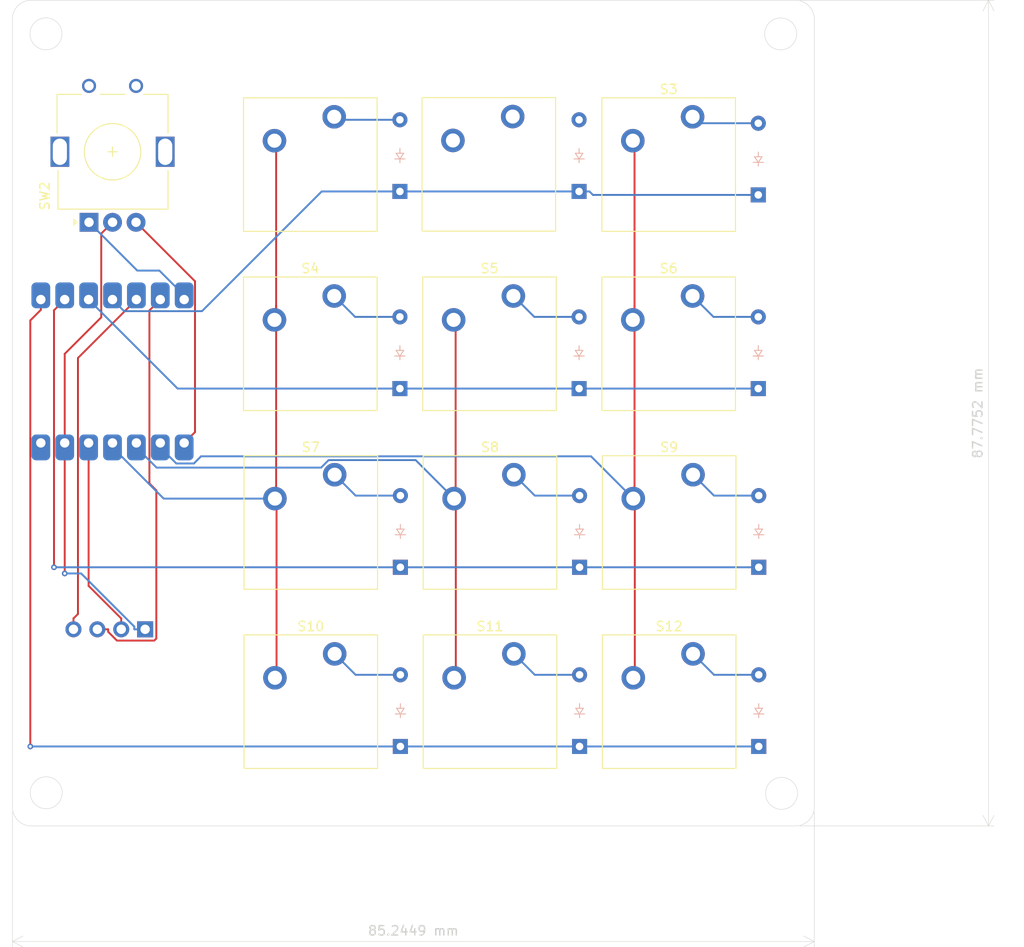
<source format=kicad_pcb>
(kicad_pcb (version 20240108) (generator "pcbnew") (generator_version "8.0")
  (layers (0 "F.Cu" signal) (31 "B.Cu" signal) (34 "B.Paste" user) (35 "F.Paste" user) (36 "B.SilkS" user "B.Silkscreen") (37 "F.SilkS" user "F.Silkscreen") (38 "B.Mask" user) (39 "F.Mask" user) (44 "Edge.Cuts" user))
  (net 0 "")
  (net 1 "Net-(D1-A)")
  (net 2 "Row 0")
  (net 3 "Net-(D2-A)")
  (net 4 "Net-(D3-A)")
  (net 5 "Row 1")
  (net 6 "Net-(D4-A)")
  (net 7 "Net-(D5-A)")
  (net 8 "Net-(D6-A)")
  (net 9 "Row 2")
  (net 10 "Net-(D7-A)")
  (net 11 "Net-(D8-A)")
  (net 12 "Net-(D9-A)")
  (net 13 "Row 3")
  (net 14 "Net-(D10-A)")
  (net 15 "Net-(D11-A)")
  (net 16 "Net-(D12-A)")
  (net 17 "Net-(J2-SCL)")
  (net 18 "+3.3V")
  (net 19 "Net-(J2-SDA)")
  (net 20 "GND")
  (net 21 "Column 0")
  (net 22 "Column 1")
  (net 23 "Column 2")
  (net 24 "Net-(U1-PB08_A6_D6_TX)")
  (net 25 "Net-(U1-PB09_A7_D7_RX)")
  (net 26 "unconnected-(U1-5V-Pad14)")
  (footprint "ScottoKeebs_MX:MX_PCB_1.00u" (layer "F.Cu") (at 189.25 72.45)
    (property "Reference" "S6" (at 0 -8 0) (layer "F.SilkS"))
    (property "Value" "Keyswitch")
    (fp_line (start -7.1 -7.1) (end -7.1 7.1) (stroke (width 0.12)) (layer "F.SilkS"))
    (fp_line (start -7.1 7.1) (end 7.1 7.1) (stroke (width 0.12)) (layer "F.SilkS"))
    (fp_line (start 7.1 -7.1) (end -7.1 -7.1) (stroke (width 0.12)) (layer "F.SilkS"))
    (fp_line (start 7.1 7.1) (end 7.1 -7.1) (stroke (width 0.12)) (layer "F.SilkS"))
    (pad "" np_thru_hole circle (at -5.08 0) (size 1.75 1.75) (drill 1.75) (layers "*.Cu" "*.Mask"))
    (pad "" np_thru_hole circle (at 0 0) (size 4 4) (drill 4) (layers "*.Cu" "*.Mask"))
    (pad "" np_thru_hole circle (at 5.08 0) (size 1.75 1.75) (drill 1.75) (layers "*.Cu" "*.Mask"))
    (pad "1" thru_hole circle (at -3.81 -2.54) (size 2.5 2.5) (drill 1.5) (layers "*.Cu" "*.Mask") (net 23 "Column 2"))
    (pad "2" thru_hole circle (at 2.54 -5.08) (size 2.5 2.5) (drill 1.5) (layers "*.Cu" "*.Mask") (net 8 "Net-(D6-A)"))
  )
  (footprint "Rotary_Encoder:RotaryEncoder_Alps_EC11E_Vertical_H20mm" (layer "F.Cu") (at 127.6244 59.5366 90)
    (property "Reference" "SW2" (at 2.8 -4.7 90) (layer "F.SilkS"))
    (property "Value" "RotaryEncoder")
    (fp_line (start 13.6 -3.4) (end 13.6 -0.8) (stroke (width 0.12)) (layer "F.SilkS"))
    (fp_line (start 9.5 -3.4) (end 13.6 -3.4) (stroke (width 0.12)) (layer "F.SilkS"))
    (fp_line (start 5.5 -3.3) (end 1.4 -3.3) (stroke (width 0.12)) (layer "F.SilkS"))
    (fp_line (start 1.4 -3.3) (end 1.4 8.4) (stroke (width 0.12)) (layer "F.SilkS"))
    (fp_line (start 0.3 -1.6) (end 0 -1.3) (stroke (width 0.12)) (layer "F.SilkS"))
    (fp_line (start -0.3 -1.6) (end 0.3 -1.6) (stroke (width 0.12)) (layer "F.SilkS"))
    (fp_line (start 0 -1.3) (end -0.3 -1.6) (stroke (width 0.12)) (layer "F.SilkS"))
    (fp_line (start 13.6 1.2) (end 13.6 3.8) (stroke (width 0.12)) (layer "F.SilkS"))
    (fp_line (start 7.5 2) (end 7.5 3) (stroke (width 0.12)) (layer "F.SilkS"))
    (fp_line (start 7 2.5) (end 8 2.5) (stroke (width 0.12)) (layer "F.SilkS"))
    (fp_line (start 13.6 5.8) (end 13.6 8.4) (stroke (width 0.12)) (layer "F.SilkS"))
    (fp_line (start 13.6 8.4) (end 9.5 8.4) (stroke (width 0.12)) (layer "F.SilkS"))
    (fp_line (start 5.5 8.4) (end 1.4 8.4) (stroke (width 0.12)) (layer "F.SilkS"))
    (fp_circle (center 7.5 2.5) (end 10.5 2.5) (stroke (width 0.12)) (fill none) (layer "F.SilkS"))
    (pad "" thru_hole circle (at 14.5 0 90) (size 1.5 1.5) (drill 1) (layers "*.Cu" "*.Mask"))
    (pad "" thru_hole circle (at 14.5 5 90) (size 1.5 1.5) (drill 1) (layers "*.Cu" "*.Mask"))
    (pad "A" thru_hole rect (at 0 0 90) (size 2 2) (drill 1) (layers "*.Cu" "*.Mask") (net 24 "Net-(U1-PB08_A6_D6_TX)"))
    (pad "B" thru_hole circle (at 0 5 90) (size 2 2) (drill 1) (layers "*.Cu" "*.Mask") (net 25 "Net-(U1-PB09_A7_D7_RX)"))
    (pad "C" thru_hole circle (at 0 2.5 90) (size 2 2) (drill 1) (layers "*.Cu" "*.Mask") (net 20 "GND"))
    (pad "MP" thru_hole rect (at 7.5 -3.1 90) (size 3.2 2) (drill oval 2.8 1.5) (layers "*.Cu" "*.Mask"))
    (pad "MP" thru_hole rect (at 7.5 8.1 90) (size 3.2 2) (drill oval 2.8 1.5) (layers "*.Cu" "*.Mask"))
  )
  (footprint "ScottoKeebs_MX:MX_PCB_1.00u" (layer "F.Cu") (at 151.2 91.45)
    (property "Reference" "S7" (at 0 -8 0) (layer "F.SilkS"))
    (property "Value" "Keyswitch")
    (fp_line (start -7.1 -7.1) (end -7.1 7.1) (stroke (width 0.12)) (layer "F.SilkS"))
    (fp_line (start -7.1 7.1) (end 7.1 7.1) (stroke (width 0.12)) (layer "F.SilkS"))
    (fp_line (start 7.1 -7.1) (end -7.1 -7.1) (stroke (width 0.12)) (layer "F.SilkS"))
    (fp_line (start 7.1 7.1) (end 7.1 -7.1) (stroke (width 0.12)) (layer "F.SilkS"))
    (pad "" np_thru_hole circle (at -5.08 0) (size 1.75 1.75) (drill 1.75) (layers "*.Cu" "*.Mask"))
    (pad "" np_thru_hole circle (at 0 0) (size 4 4) (drill 4) (layers "*.Cu" "*.Mask"))
    (pad "" np_thru_hole circle (at 5.08 0) (size 1.75 1.75) (drill 1.75) (layers "*.Cu" "*.Mask"))
    (pad "1" thru_hole circle (at -3.81 -2.54) (size 2.5 2.5) (drill 1.5) (layers "*.Cu" "*.Mask") (net 21 "Column 0"))
    (pad "2" thru_hole circle (at 2.54 -5.08) (size 2.5 2.5) (drill 1.5) (layers "*.Cu" "*.Mask") (net 10 "Net-(D7-A)"))
  )
  (footprint "ScottoKeebs_MX:MX_PCB_1.00u" (layer "F.Cu") (at 189.3 110.5)
    (property "Reference" "S12" (at 0 -8 0) (layer "F.SilkS"))
    (property "Value" "Keyswitch")
    (fp_line (start -7.1 -7.1) (end -7.1 7.1) (stroke (width 0.12)) (layer "F.SilkS"))
    (fp_line (start -7.1 7.1) (end 7.1 7.1) (stroke (width 0.12)) (layer "F.SilkS"))
    (fp_line (start 7.1 -7.1) (end -7.1 -7.1) (stroke (width 0.12)) (layer "F.SilkS"))
    (fp_line (start 7.1 7.1) (end 7.1 -7.1) (stroke (width 0.12)) (layer "F.SilkS"))
    (pad "" np_thru_hole circle (at -5.08 0) (size 1.75 1.75) (drill 1.75) (layers "*.Cu" "*.Mask"))
    (pad "" np_thru_hole circle (at 0 0) (size 4 4) (drill 4) (layers "*.Cu" "*.Mask"))
    (pad "" np_thru_hole circle (at 5.08 0) (size 1.75 1.75) (drill 1.75) (layers "*.Cu" "*.Mask"))
    (pad "1" thru_hole circle (at -3.81 -2.54) (size 2.5 2.5) (drill 1.5) (layers "*.Cu" "*.Mask") (net 23 "Column 2"))
    (pad "2" thru_hole circle (at 2.54 -5.08) (size 2.5 2.5) (drill 1.5) (layers "*.Cu" "*.Mask") (net 16 "Net-(D12-A)"))
  )
  (footprint "ScottoKeebs_MX:MX_PCB_1.00u" (layer "F.Cu") (at 170.125 53.375)
    (property "Reference" "S2" (hide yes))
    (property "Value" "Keyswitch")
    (fp_line (start -7.1 -7.1) (end -7.1 7.1) (stroke (width 0.12)) (layer "F.SilkS"))
    (fp_line (start -7.1 7.1) (end 7.1 7.1) (stroke (width 0.12)) (layer "F.SilkS"))
    (fp_line (start 7.1 -7.1) (end -7.1 -7.1) (stroke (width 0.12)) (layer "F.SilkS"))
    (fp_line (start 7.1 7.1) (end 7.1 -7.1) (stroke (width 0.12)) (layer "F.SilkS"))
    (pad "" np_thru_hole circle (at -5.08 0) (size 1.75 1.75) (drill 1.75) (layers "*.Cu" "*.Mask"))
    (pad "" np_thru_hole circle (at 0 0) (size 4 4) (drill 4) (layers "*.Cu" "*.Mask"))
    (pad "" np_thru_hole circle (at 5.08 0) (size 1.75 1.75) (drill 1.75) (layers "*.Cu" "*.Mask"))
    (pad "1" thru_hole circle (at -3.81 -2.54) (size 2.5 2.5) (drill 1.5) (layers "*.Cu" "*.Mask"))
    (pad "2" thru_hole circle (at 2.54 -5.08) (size 2.5 2.5) (drill 1.5) (layers "*.Cu" "*.Mask"))
  )
  (footprint "ScottoKeebs_MX:MX_PCB_1.00u" (layer "F.Cu") (at 170.2 72.45)
    (property "Reference" "S5" (at 0 -8 0) (layer "F.SilkS"))
    (property "Value" "Keyswitch")
    (fp_line (start -7.1 -7.1) (end -7.1 7.1) (stroke (width 0.12)) (layer "F.SilkS"))
    (fp_line (start -7.1 7.1) (end 7.1 7.1) (stroke (width 0.12)) (layer "F.SilkS"))
    (fp_line (start 7.1 -7.1) (end -7.1 -7.1) (stroke (width 0.12)) (layer "F.SilkS"))
    (fp_line (start 7.1 7.1) (end 7.1 -7.1) (stroke (width 0.12)) (layer "F.SilkS"))
    (pad "" np_thru_hole circle (at -5.08 0) (size 1.75 1.75) (drill 1.75) (layers "*.Cu" "*.Mask"))
    (pad "" np_thru_hole circle (at 0 0) (size 4 4) (drill 4) (layers "*.Cu" "*.Mask"))
    (pad "" np_thru_hole circle (at 5.08 0) (size 1.75 1.75) (drill 1.75) (layers "*.Cu" "*.Mask"))
    (pad "1" thru_hole circle (at -3.81 -2.54) (size 2.5 2.5) (drill 1.5) (layers "*.Cu" "*.Mask") (net 22 "Column 1"))
    (pad "2" thru_hole circle (at 2.54 -5.08) (size 2.5 2.5) (drill 1.5) (layers "*.Cu" "*.Mask") (net 7 "Net-(D5-A)"))
  )
  (footprint "ScottoKeebs_MX:MX_PCB_1.00u" (layer "F.Cu") (at 151.15 53.4)
    (property "Reference" "S1" (hide yes))
    (property "Value" "Keyswitch")
    (fp_line (start -7.1 -7.1) (end -7.1 7.1) (stroke (width 0.12)) (layer "F.SilkS"))
    (fp_line (start -7.1 7.1) (end 7.1 7.1) (stroke (width 0.12)) (layer "F.SilkS"))
    (fp_line (start 7.1 -7.1) (end -7.1 -7.1) (stroke (width 0.12)) (layer "F.SilkS"))
    (fp_line (start 7.1 7.1) (end 7.1 -7.1) (stroke (width 0.12)) (layer "F.SilkS"))
    (pad "" np_thru_hole circle (at -5.08 0) (size 1.75 1.75) (drill 1.75) (layers "*.Cu" "*.Mask"))
    (pad "" np_thru_hole circle (at 0 0) (size 4 4) (drill 4) (layers "*.Cu" "*.Mask"))
    (pad "" np_thru_hole circle (at 5.08 0) (size 1.75 1.75) (drill 1.75) (layers "*.Cu" "*.Mask"))
    (pad "1" thru_hole circle (at -3.81 -2.54) (size 2.5 2.5) (drill 1.5) (layers "*.Cu" "*.Mask") (net 21 "Column 0"))
    (pad "2" thru_hole circle (at 2.54 -5.08) (size 2.5 2.5) (drill 1.5) (layers "*.Cu" "*.Mask") (net 1 "Net-(D1-A)"))
  )
  (footprint "ScottoKeebs_Components:OLED_128x32" (layer "F.Cu") (at 123.79 104.4071 90)
    (property "Reference" "J2" (hide yes))
    (property "Value" "OLED_128x32")
    (pad "1" thru_hole rect (at 1.6 9.8 270) (size 1.7 1.7) (drill 1) (layers "*.Cu" "*.Mask") (net 20 "GND"))
    (pad "2" thru_hole oval (at 1.6 7.26 270) (size 1.7 1.7) (drill 1) (layers "*.Cu" "*.Mask") (net 18 "+3.3V"))
    (pad "3" thru_hole oval (at 1.6 4.72 270) (size 1.7 1.7) (drill 1) (layers "*.Cu" "*.Mask") (net 17 "Net-(J2-SCL)"))
    (pad "4" thru_hole oval (at 1.6 2.18 270) (size 1.7 1.7) (drill 1) (layers "*.Cu" "*.Mask") (net 19 "Net-(J2-SDA)"))
  )
  (footprint "ScottoKeebs_MX:MX_PCB_1.00u" (layer "F.Cu") (at 170.25 91.45)
    (property "Reference" "S8" (at 0 -8 0) (layer "F.SilkS"))
    (property "Value" "Keyswitch")
    (fp_line (start -7.1 -7.1) (end -7.1 7.1) (stroke (width 0.12)) (layer "F.SilkS"))
    (fp_line (start -7.1 7.1) (end 7.1 7.1) (stroke (width 0.12)) (layer "F.SilkS"))
    (fp_line (start 7.1 -7.1) (end -7.1 -7.1) (stroke (width 0.12)) (layer "F.SilkS"))
    (fp_line (start 7.1 7.1) (end 7.1 -7.1) (stroke (width 0.12)) (layer "F.SilkS"))
    (pad "" np_thru_hole circle (at -5.08 0) (size 1.75 1.75) (drill 1.75) (layers "*.Cu" "*.Mask"))
    (pad "" np_thru_hole circle (at 0 0) (size 4 4) (drill 4) (layers "*.Cu" "*.Mask"))
    (pad "" np_thru_hole circle (at 5.08 0) (size 1.75 1.75) (drill 1.75) (layers "*.Cu" "*.Mask"))
    (pad "1" thru_hole circle (at -3.81 -2.54) (size 2.5 2.5) (drill 1.5) (layers "*.Cu" "*.Mask") (net 22 "Column 1"))
    (pad "2" thru_hole circle (at 2.54 -5.08) (size 2.5 2.5) (drill 1.5) (layers "*.Cu" "*.Mask") (net 11 "Net-(D8-A)"))
  )
  (footprint "ScottoKeebs_MX:MX_PCB_1.00u" (layer "F.Cu") (at 151.2 110.5)
    (property "Reference" "S10" (at 0 -8 0) (layer "F.SilkS"))
    (property "Value" "Keyswitch")
    (fp_line (start -7.1 -7.1) (end -7.1 7.1) (stroke (width 0.12)) (layer "F.SilkS"))
    (fp_line (start -7.1 7.1) (end 7.1 7.1) (stroke (width 0.12)) (layer "F.SilkS"))
    (fp_line (start 7.1 -7.1) (end -7.1 -7.1) (stroke (width 0.12)) (layer "F.SilkS"))
    (fp_line (start 7.1 7.1) (end 7.1 -7.1) (stroke (width 0.12)) (layer "F.SilkS"))
    (pad "" np_thru_hole circle (at -5.08 0) (size 1.75 1.75) (drill 1.75) (layers "*.Cu" "*.Mask"))
    (pad "" np_thru_hole circle (at 0 0) (size 4 4) (drill 4) (layers "*.Cu" "*.Mask"))
    (pad "" np_thru_hole circle (at 5.08 0) (size 1.75 1.75) (drill 1.75) (layers "*.Cu" "*.Mask"))
    (pad "1" thru_hole circle (at -3.81 -2.54) (size 2.5 2.5) (drill 1.5) (layers "*.Cu" "*.Mask") (net 21 "Column 0"))
    (pad "2" thru_hole circle (at 2.54 -5.08) (size 2.5 2.5) (drill 1.5) (layers "*.Cu" "*.Mask") (net 14 "Net-(D10-A)"))
  )
  (footprint "ScottoKeebs_MX:MX_PCB_1.00u" (layer "F.Cu") (at 170.25 110.5)
    (property "Reference" "S11" (at 0 -8 0) (layer "F.SilkS"))
    (property "Value" "Keyswitch")
    (fp_line (start -7.1 -7.1) (end -7.1 7.1) (stroke (width 0.12)) (layer "F.SilkS"))
    (fp_line (start -7.1 7.1) (end 7.1 7.1) (stroke (width 0.12)) (layer "F.SilkS"))
    (fp_line (start 7.1 -7.1) (end -7.1 -7.1) (stroke (width 0.12)) (layer "F.SilkS"))
    (fp_line (start 7.1 7.1) (end 7.1 -7.1) (stroke (width 0.12)) (layer "F.SilkS"))
    (pad "" np_thru_hole circle (at -5.08 0) (size 1.75 1.75) (drill 1.75) (layers "*.Cu" "*.Mask"))
    (pad "" np_thru_hole circle (at 0 0) (size 4 4) (drill 4) (layers "*.Cu" "*.Mask"))
    (pad "" np_thru_hole circle (at 5.08 0) (size 1.75 1.75) (drill 1.75) (layers "*.Cu" "*.Mask"))
    (pad "1" thru_hole circle (at -3.81 -2.54) (size 2.5 2.5) (drill 1.5) (layers "*.Cu" "*.Mask") (net 22 "Column 1"))
    (pad "2" thru_hole circle (at 2.54 -5.08) (size 2.5 2.5) (drill 1.5) (layers "*.Cu" "*.Mask") (net 15 "Net-(D11-A)"))
  )
  (footprint "ScottoKeebs_MX:MX_PCB_1.00u" (layer "F.Cu") (at 189.25 53.4)
    (property "Reference" "S3" (at 0 -8 0) (layer "F.SilkS"))
    (property "Value" "Keyswitch")
    (fp_line (start -7.1 -7.1) (end -7.1 7.1) (stroke (width 0.12)) (layer "F.SilkS"))
    (fp_line (start -7.1 7.1) (end 7.1 7.1) (stroke (width 0.12)) (layer "F.SilkS"))
    (fp_line (start 7.1 -7.1) (end -7.1 -7.1) (stroke (width 0.12)) (layer "F.SilkS"))
    (fp_line (start 7.1 7.1) (end 7.1 -7.1) (stroke (width 0.12)) (layer "F.SilkS"))
    (pad "" np_thru_hole circle (at -5.08 0) (size 1.75 1.75) (drill 1.75) (layers "*.Cu" "*.Mask"))
    (pad "" np_thru_hole circle (at 0 0) (size 4 4) (drill 4) (layers "*.Cu" "*.Mask"))
    (pad "" np_thru_hole circle (at 5.08 0) (size 1.75 1.75) (drill 1.75) (layers "*.Cu" "*.Mask"))
    (pad "1" thru_hole circle (at -3.81 -2.54) (size 2.5 2.5) (drill 1.5) (layers "*.Cu" "*.Mask") (net 23 "Column 2"))
    (pad "2" thru_hole circle (at 2.54 -5.08) (size 2.5 2.5) (drill 1.5) (layers "*.Cu" "*.Mask") (net 4 "Net-(D3-A)"))
  )
  (footprint "ScottoKeebs_MX:MX_PCB_1.00u" (layer "F.Cu") (at 189.3 91.45)
    (property "Reference" "S9" (at 0 -8 0) (layer "F.SilkS"))
    (property "Value" "Keyswitch")
    (fp_line (start -7.1 -7.1) (end -7.1 7.1) (stroke (width 0.12)) (layer "F.SilkS"))
    (fp_line (start -7.1 7.1) (end 7.1 7.1) (stroke (width 0.12)) (layer "F.SilkS"))
    (fp_line (start 7.1 -7.1) (end -7.1 -7.1) (stroke (width 0.12)) (layer "F.SilkS"))
    (fp_line (start 7.1 7.1) (end 7.1 -7.1) (stroke (width 0.12)) (layer "F.SilkS"))
    (pad "" np_thru_hole circle (at -5.08 0) (size 1.75 1.75) (drill 1.75) (layers "*.Cu" "*.Mask"))
    (pad "" np_thru_hole circle (at 0 0) (size 4 4) (drill 4) (layers "*.Cu" "*.Mask"))
    (pad "" np_thru_hole circle (at 5.08 0) (size 1.75 1.75) (drill 1.75) (layers "*.Cu" "*.Mask"))
    (pad "1" thru_hole circle (at -3.81 -2.54) (size 2.5 2.5) (drill 1.5) (layers "*.Cu" "*.Mask") (net 23 "Column 2"))
    (pad "2" thru_hole circle (at 2.54 -5.08) (size 2.5 2.5) (drill 1.5) (layers "*.Cu" "*.Mask") (net 12 "Net-(D9-A)"))
  )
  (footprint "ScottoKeebs_MX:MX_PCB_1.00u" (layer "F.Cu") (at 151.15 72.45)
    (property "Reference" "S4" (at 0 -8 0) (layer "F.SilkS"))
    (property "Value" "Keyswitch")
    (fp_line (start -7.1 -7.1) (end -7.1 7.1) (stroke (width 0.12)) (layer "F.SilkS"))
    (fp_line (start -7.1 7.1) (end 7.1 7.1) (stroke (width 0.12)) (layer "F.SilkS"))
    (fp_line (start 7.1 -7.1) (end -7.1 -7.1) (stroke (width 0.12)) (layer "F.SilkS"))
    (fp_line (start 7.1 7.1) (end 7.1 -7.1) (stroke (width 0.12)) (layer "F.SilkS"))
    (pad "" np_thru_hole circle (at -5.08 0) (size 1.75 1.75) (drill 1.75) (layers "*.Cu" "*.Mask"))
    (pad "" np_thru_hole circle (at 0 0) (size 4 4) (drill 4) (layers "*.Cu" "*.Mask"))
    (pad "" np_thru_hole circle (at 5.08 0) (size 1.75 1.75) (drill 1.75) (layers "*.Cu" "*.Mask"))
    (pad "1" thru_hole circle (at -3.81 -2.54) (size 2.5 2.5) (drill 1.5) (layers "*.Cu" "*.Mask") (net 21 "Column 0"))
    (pad "2" thru_hole circle (at 2.54 -5.08) (size 2.5 2.5) (drill 1.5) (layers "*.Cu" "*.Mask") (net 6 "Net-(D4-A)"))
  )
  (footprint "ScottoKeebs_Components:Diode_DO-35" (layer "B.Cu") (at 198.825 96.2125 90)
    (property "Reference" "D9" (hide yes))
    (property "Value" "Diode" (hide yes))
    (fp_line (start 3.46 -0.55) (end 3.46 0.55) (stroke (width 0.1)) (layer "B.SilkS"))
    (fp_line (start 4.06 -0.4) (end 4.06 0.4) (stroke (width 0.1)) (layer "B.SilkS"))
    (fp_line (start 4.56 0) (end 4.06 0) (stroke (width 0.1)) (layer "B.SilkS"))
    (fp_line (start 3.46 0) (end 4.06 -0.4) (stroke (width 0.1)) (layer "B.SilkS"))
    (fp_line (start 3.46 0) (end 3.06 0) (stroke (width 0.1)) (layer "B.SilkS"))
    (fp_line (start 4.06 0.4) (end 3.46 0) (stroke (width 0.1)) (layer "B.SilkS"))
    (pad "1" thru_hole rect (at 0 0 90) (size 1.6 1.6) (drill 0.8) (layers "*.Cu" "*.Mask") (net 9 "Row 2"))
    (pad "2" thru_hole oval (at 7.62 0 90) (size 1.6 1.6) (drill 0.8) (layers "*.Cu" "*.Mask") (net 12 "Net-(D9-A)"))
  )
  (footprint "ScottoKeebs_Components:Diode_DO-35" (layer "B.Cu") (at 160.675 56.2575 90)
    (property "Reference" "D1" (hide yes))
    (property "Value" "Diode" (hide yes))
    (fp_line (start 3.46 -0.55) (end 3.46 0.55) (stroke (width 0.1)) (layer "B.SilkS"))
    (fp_line (start 4.06 -0.4) (end 4.06 0.4) (stroke (width 0.1)) (layer "B.SilkS"))
    (fp_line (start 4.56 0) (end 4.06 0) (stroke (width 0.1)) (layer "B.SilkS"))
    (fp_line (start 3.46 0) (end 4.06 -0.4) (stroke (width 0.1)) (layer "B.SilkS"))
    (fp_line (start 3.46 0) (end 3.06 0) (stroke (width 0.1)) (layer "B.SilkS"))
    (fp_line (start 4.06 0.4) (end 3.46 0) (stroke (width 0.1)) (layer "B.SilkS"))
    (pad "1" thru_hole rect (at 0 0 90) (size 1.6 1.6) (drill 0.8) (layers "*.Cu" "*.Mask") (net 2 "Row 0"))
    (pad "2" thru_hole oval (at 7.62 0 90) (size 1.6 1.6) (drill 0.8) (layers "*.Cu" "*.Mask") (net 1 "Net-(D1-A)"))
  )
  (footprint "ScottoKeebs_Components:Diode_DO-35" (layer "B.Cu") (at 179.725 77.2125 90)
    (property "Reference" "D5" (hide yes))
    (property "Value" "Diode" (hide yes))
    (fp_line (start 3.46 -0.55) (end 3.46 0.55) (stroke (width 0.1)) (layer "B.SilkS"))
    (fp_line (start 4.06 -0.4) (end 4.06 0.4) (stroke (width 0.1)) (layer "B.SilkS"))
    (fp_line (start 4.56 0) (end 4.06 0) (stroke (width 0.1)) (layer "B.SilkS"))
    (fp_line (start 3.46 0) (end 4.06 -0.4) (stroke (width 0.1)) (layer "B.SilkS"))
    (fp_line (start 3.46 0) (end 3.06 0) (stroke (width 0.1)) (layer "B.SilkS"))
    (fp_line (start 4.06 0.4) (end 3.46 0) (stroke (width 0.1)) (layer "B.SilkS"))
    (pad "1" thru_hole rect (at 0 0 90) (size 1.6 1.6) (drill 0.8) (layers "*.Cu" "*.Mask") (net 5 "Row 1"))
    (pad "2" thru_hole oval (at 7.62 0 90) (size 1.6 1.6) (drill 0.8) (layers "*.Cu" "*.Mask") (net 7 "Net-(D5-A)"))
  )
  (footprint "ScottoKeebs_Components:Diode_DO-35" (layer "B.Cu") (at 179.775 115.2625 90)
    (property "Reference" "D11" (hide yes))
    (property "Value" "Diode" (hide yes))
    (fp_line (start 3.46 -0.55) (end 3.46 0.55) (stroke (width 0.1)) (layer "B.SilkS"))
    (fp_line (start 4.06 -0.4) (end 4.06 0.4) (stroke (width 0.1)) (layer "B.SilkS"))
    (fp_line (start 4.56 0) (end 4.06 0) (stroke (width 0.1)) (layer "B.SilkS"))
    (fp_line (start 3.46 0) (end 4.06 -0.4) (stroke (width 0.1)) (layer "B.SilkS"))
    (fp_line (start 3.46 0) (end 3.06 0) (stroke (width 0.1)) (layer "B.SilkS"))
    (fp_line (start 4.06 0.4) (end 3.46 0) (stroke (width 0.1)) (layer "B.SilkS"))
    (pad "1" thru_hole rect (at 0 0 90) (size 1.6 1.6) (drill 0.8) (layers "*.Cu" "*.Mask") (net 13 "Row 3"))
    (pad "2" thru_hole oval (at 7.62 0 90) (size 1.6 1.6) (drill 0.8) (layers "*.Cu" "*.Mask") (net 15 "Net-(D11-A)"))
  )
  (footprint "ScottoKeebs_MCU:Seeed_XIAO_RP2040" (layer "B.Cu") (at 130.12 75.37 -90)
    (property "Reference" "U1" (hide yes))
    (property "Value" "MCU_Seeed_XIAO_RP2040" (hide yes))
    (pad "1" smd roundrect (at -8.065 7.62 270) (size 2.75 2) (layers "B.Cu" "B.Paste" "B.Mask") (net 13 "Row 3"))
    (pad "1" thru_hole rect (at -7.62 7.62 180) (size 1.6 1.6) (drill 1) (layers "*.Cu" "*.Mask") (net 13 "Row 3"))
    (pad "2" smd roundrect (at -8.065 5.08 270) (size 2.75 2) (layers "B.Cu" "B.Paste" "B.Mask") (net 9 "Row 2"))
    (pad "2" thru_hole circle (at -7.62 5.08 180) (size 1.6 1.6) (drill 1) (layers "*.Cu" "*.Mask") (net 9 "Row 2"))
    (pad "3" smd roundrect (at -8.065 2.54 270) (size 2.75 2) (layers "B.Cu" "B.Paste" "B.Mask") (net 5 "Row 1"))
    (pad "3" thru_hole circle (at -7.62 2.54 180) (size 1.6 1.6) (drill 1) (layers "*.Cu" "*.Mask") (net 5 "Row 1"))
    (pad "4" smd roundrect (at -8.065 0 270) (size 2.75 2) (layers "B.Cu" "B.Paste" "B.Mask") (net 2 "Row 0"))
    (pad "4" thru_hole circle (at -7.62 0 180) (size 1.6 1.6) (drill 1) (layers "*.Cu" "*.Mask") (net 2 "Row 0"))
    (pad "5" smd roundrect (at -8.065 -2.54 270) (size 2.75 2) (layers "B.Cu" "B.Paste" "B.Mask") (net 19 "Net-(J2-SDA)"))
    (pad "5" thru_hole circle (at -7.62 -2.54 180) (size 1.6 1.6) (drill 1) (layers "*.Cu" "*.Mask") (net 19 "Net-(J2-SDA)"))
    (pad "6" smd roundrect (at -8.065 -5.08 270) (size 2.75 2) (layers "B.Cu" "B.Paste" "B.Mask") (net 17 "Net-(J2-SCL)"))
    (pad "6" thru_hole circle (at -7.62 -5.08 180) (size 1.6 1.6) (drill 1) (layers "*.Cu" "*.Mask") (net 17 "Net-(J2-SCL)"))
    (pad "7" smd roundrect (at -8.065 -7.62 270) (size 2.75 2) (layers "B.Cu" "B.Paste" "B.Mask") (net 24 "Net-(U1-PB08_A6_D6_TX)"))
    (pad "7" thru_hole circle (at -7.62 -7.62 180) (size 1.6 1.6) (drill 1) (layers "*.Cu" "*.Mask") (net 24 "Net-(U1-PB08_A6_D6_TX)"))
    (pad "8" thru_hole circle (at 7.62 -7.62 180) (size 1.6 1.6) (drill 1) (layers "*.Cu" "*.Mask") (net 25 "Net-(U1-PB09_A7_D7_RX)"))
    (pad "8" smd roundrect (at 8.1 -7.62 270) (size 2.75 2) (layers "B.Cu" "B.Paste" "B.Mask") (net 25 "Net-(U1-PB09_A7_D7_RX)"))
    (pad "9" thru_hole circle (at 7.62 -5.08 180) (size 1.6 1.6) (drill 1) (layers "*.Cu" "*.Mask") (net 23 "Column 2"))
    (pad "9" smd roundrect (at 8.1 -5.08 270) (size 2.75 2) (layers "B.Cu" "B.Paste" "B.Mask") (net 23 "Column 2"))
    (pad "10" thru_hole circle (at 7.62 -2.54 180) (size 1.6 1.6) (drill 1) (layers "*.Cu" "*.Mask") (net 22 "Column 1"))
    (pad "10" smd roundrect (at 8.1 -2.54 270) (size 2.75 2) (layers "B.Cu" "B.Paste" "B.Mask") (net 22 "Column 1"))
    (pad "11" thru_hole circle (at 7.62 0 180) (size 1.6 1.6) (drill 1) (layers "*.Cu" "*.Mask") (net 21 "Column 0"))
    (pad "11" smd roundrect (at 8.1 0 270) (size 2.75 2) (layers "B.Cu" "B.Paste" "B.Mask") (net 21 "Column 0"))
    (pad "12" thru_hole circle (at 7.62 2.54 180) (size 1.6 1.6) (drill 1) (layers "*.Cu" "*.Mask") (net 18 "+3.3V"))
    (pad "12" smd roundrect (at 8.1 2.54 270) (size 2.75 2) (layers "B.Cu" "B.Paste" "B.Mask") (net 18 "+3.3V"))
    (pad "13" thru_hole circle (at 7.62 5.08 180) (size 1.6 1.6) (drill 1) (layers "*.Cu" "*.Mask") (net 20 "GND"))
    (pad "13" smd roundrect (at 8.1 5.08 270) (size 2.75 2) (layers "B.Cu" "B.Paste" "B.Mask") (net 20 "GND"))
    (pad "14" thru_hole circle (at 7.62 7.62 180) (size 1.6 1.6) (drill 1) (layers "*.Cu" "*.Mask") (net 26 "unconnected-(U1-5V-Pad14)"))
    (pad "14" smd roundrect (at 8.1 7.62 270) (size 2.75 2) (layers "B.Cu" "B.Paste" "B.Mask") (net 26 "unconnected-(U1-5V-Pad14)"))
  )
  (footprint "ScottoKeebs_Components:Diode_DO-35" (layer "B.Cu") (at 179.775 96.2125 90)
    (property "Reference" "D8" (hide yes))
    (property "Value" "Diode" (hide yes))
    (fp_line (start 3.46 -0.55) (end 3.46 0.55) (stroke (width 0.1)) (layer "B.SilkS"))
    (fp_line (start 4.06 -0.4) (end 4.06 0.4) (stroke (width 0.1)) (layer "B.SilkS"))
    (fp_line (start 4.56 0) (end 4.06 0) (stroke (width 0.1)) (layer "B.SilkS"))
    (fp_line (start 3.46 0) (end 4.06 -0.4) (stroke (width 0.1)) (layer "B.SilkS"))
    (fp_line (start 3.46 0) (end 3.06 0) (stroke (width 0.1)) (layer "B.SilkS"))
    (fp_line (start 4.06 0.4) (end 3.46 0) (stroke (width 0.1)) (layer "B.SilkS"))
    (pad "1" thru_hole rect (at 0 0 90) (size 1.6 1.6) (drill 0.8) (layers "*.Cu" "*.Mask") (net 9 "Row 2"))
    (pad "2" thru_hole oval (at 7.62 0 90) (size 1.6 1.6) (drill 0.8) (layers "*.Cu" "*.Mask") (net 11 "Net-(D8-A)"))
  )
  (footprint "ScottoKeebs_Components:Diode_DO-35" (layer "B.Cu") (at 160.725 96.2125 90)
    (property "Reference" "D7" (hide yes))
    (property "Value" "Diode" (hide yes))
    (fp_line (start 3.46 -0.55) (end 3.46 0.55) (stroke (width 0.1)) (layer "B.SilkS"))
    (fp_line (start 4.06 -0.4) (end 4.06 0.4) (stroke (width 0.1)) (layer "B.SilkS"))
    (fp_line (start 4.56 0) (end 4.06 0) (stroke (width 0.1)) (layer "B.SilkS"))
    (fp_line (start 3.46 0) (end 4.06 -0.4) (stroke (width 0.1)) (layer "B.SilkS"))
    (fp_line (start 3.46 0) (end 3.06 0) (stroke (width 0.1)) (layer "B.SilkS"))
    (fp_line (start 4.06 0.4) (end 3.46 0) (stroke (width 0.1)) (layer "B.SilkS"))
    (pad "1" thru_hole rect (at 0 0 90) (size 1.6 1.6) (drill 0.8) (layers "*.Cu" "*.Mask") (net 9 "Row 2"))
    (pad "2" thru_hole oval (at 7.62 0 90) (size 1.6 1.6) (drill 0.8) (layers "*.Cu" "*.Mask") (net 10 "Net-(D7-A)"))
  )
  (footprint "ScottoKeebs_Components:Diode_DO-35" (layer "B.Cu") (at 160.675 77.2125 90)
    (property "Reference" "D4" (hide yes))
    (property "Value" "Diode" (hide yes))
    (fp_line (start 3.46 -0.55) (end 3.46 0.55) (stroke (width 0.1)) (layer "B.SilkS"))
    (fp_line (start 4.06 -0.4) (end 4.06 0.4) (stroke (width 0.1)) (layer "B.SilkS"))
    (fp_line (start 4.56 0) (end 4.06 0) (stroke (width 0.1)) (layer "B.SilkS"))
    (fp_line (start 3.46 0) (end 4.06 -0.4) (stroke (width 0.1)) (layer "B.SilkS"))
    (fp_line (start 3.46 0) (end 3.06 0) (stroke (width 0.1)) (layer "B.SilkS"))
    (fp_line (start 4.06 0.4) (end 3.46 0) (stroke (width 0.1)) (layer "B.SilkS"))
    (pad "1" thru_hole rect (at 0 0 90) (size 1.6 1.6) (drill 0.8) (layers "*.Cu" "*.Mask") (net 5 "Row 1"))
    (pad "2" thru_hole oval (at 7.62 0 90) (size 1.6 1.6) (drill 0.8) (layers "*.Cu" "*.Mask") (net 6 "Net-(D4-A)"))
  )
  (footprint "ScottoKeebs_Components:Diode_DO-35" (layer "B.Cu") (at 179.725 56.2575 90)
    (property "Reference" "D2" (hide yes))
    (property "Value" "Diode" (hide yes))
    (fp_line (start 3.46 -0.55) (end 3.46 0.55) (stroke (width 0.1)) (layer "B.SilkS"))
    (fp_line (start 4.06 -0.4) (end 4.06 0.4) (stroke (width 0.1)) (layer "B.SilkS"))
    (fp_line (start 4.56 0) (end 4.06 0) (stroke (width 0.1)) (layer "B.SilkS"))
    (fp_line (start 3.46 0) (end 4.06 -0.4) (stroke (width 0.1)) (layer "B.SilkS"))
    (fp_line (start 3.46 0) (end 3.06 0) (stroke (width 0.1)) (layer "B.SilkS"))
    (fp_line (start 4.06 0.4) (end 3.46 0) (stroke (width 0.1)) (layer "B.SilkS"))
    (pad "1" thru_hole rect (at 0 0 90) (size 1.6 1.6) (drill 0.8) (layers "*.Cu" "*.Mask") (net 2 "Row 0"))
    (pad "2" thru_hole oval (at 7.62 0 90) (size 1.6 1.6) (drill 0.8) (layers "*.Cu" "*.Mask") (net 3 "Net-(D2-A)"))
  )
  (footprint "ScottoKeebs_Components:Diode_DO-35" (layer "B.Cu") (at 198.825 115.2625 90)
    (property "Reference" "D12" (hide yes))
    (property "Value" "Diode" (hide yes))
    (fp_line (start 3.46 -0.55) (end 3.46 0.55) (stroke (width 0.1)) (layer "B.SilkS"))
    (fp_line (start 4.06 -0.4) (end 4.06 0.4) (stroke (width 0.1)) (layer "B.SilkS"))
    (fp_line (start 4.56 0) (end 4.06 0) (stroke (width 0.1)) (layer "B.SilkS"))
    (fp_line (start 3.46 0) (end 4.06 -0.4) (stroke (width 0.1)) (layer "B.SilkS"))
    (fp_line (start 3.46 0) (end 3.06 0) (stroke (width 0.1)) (layer "B.SilkS"))
    (fp_line (start 4.06 0.4) (end 3.46 0) (stroke (width 0.1)) (layer "B.SilkS"))
    (pad "1" thru_hole rect (at 0 0 90) (size 1.6 1.6) (drill 0.8) (layers "*.Cu" "*.Mask") (net 13 "Row 3"))
    (pad "2" thru_hole oval (at 7.62 0 90) (size 1.6 1.6) (drill 0.8) (layers "*.Cu" "*.Mask") (net 16 "Net-(D12-A)"))
  )
  (footprint "ScottoKeebs_Components:Diode_DO-35" (layer "B.Cu") (at 198.775 56.625 90)
    (property "Reference" "D3" (hide yes))
    (property "Value" "Diode" (hide yes))
    (fp_line (start 3.46 -0.55) (end 3.46 0.55) (stroke (width 0.1)) (layer "B.SilkS"))
    (fp_line (start 4.06 -0.4) (end 4.06 0.4) (stroke (width 0.1)) (layer "B.SilkS"))
    (fp_line (start 4.56 0) (end 4.06 0) (stroke (width 0.1)) (layer "B.SilkS"))
    (fp_line (start 3.46 0) (end 4.06 -0.4) (stroke (width 0.1)) (layer "B.SilkS"))
    (fp_line (start 3.46 0) (end 3.06 0) (stroke (width 0.1)) (layer "B.SilkS"))
    (fp_line (start 4.06 0.4) (end 3.46 0) (stroke (width 0.1)) (layer "B.SilkS"))
    (pad "1" thru_hole rect (at 0 0 90) (size 1.6 1.6) (drill 0.8) (layers "*.Cu" "*.Mask") (net 2 "Row 0"))
    (pad "2" thru_hole oval (at 7.62 0 90) (size 1.6 1.6) (drill 0.8) (layers "*.Cu" "*.Mask") (net 4 "Net-(D3-A)"))
  )
  (footprint "ScottoKeebs_Components:Diode_DO-35" (layer "B.Cu") (at 160.725 115.2625 90)
    (property "Reference" "D10" (hide yes))
    (property "Value" "Diode" (hide yes))
    (fp_line (start 3.46 -0.55) (end 3.46 0.55) (stroke (width 0.1)) (layer "B.SilkS"))
    (fp_line (start 4.06 -0.4) (end 4.06 0.4) (stroke (width 0.1)) (layer "B.SilkS"))
    (fp_line (start 4.56 0) (end 4.06 0) (stroke (width 0.1)) (layer "B.SilkS"))
    (fp_line (start 3.46 0) (end 4.06 -0.4) (stroke (width 0.1)) (layer "B.SilkS"))
    (fp_line (start 3.46 0) (end 3.06 0) (stroke (width 0.1)) (layer "B.SilkS"))
    (fp_line (start 4.06 0.4) (end 3.46 0) (stroke (width 0.1)) (layer "B.SilkS"))
    (pad "1" thru_hole rect (at 0 0 90) (size 1.6 1.6) (drill 0.8) (layers "*.Cu" "*.Mask") (net 13 "Row 3"))
    (pad "2" thru_hole oval (at 7.62 0 90) (size 1.6 1.6) (drill 0.8) (layers "*.Cu" "*.Mask") (net 14 "Net-(D10-A)"))
  )
  (footprint "ScottoKeebs_Components:Diode_DO-35" (layer "B.Cu") (at 198.775 77.2125 90)
    (property "Reference" "D6" (hide yes))
    (property "Value" "Diode" (hide yes))
    (fp_line (start 3.46 -0.55) (end 3.46 0.55) (stroke (width 0.1)) (layer "B.SilkS"))
    (fp_line (start 4.06 -0.4) (end 4.06 0.4) (stroke (width 0.1)) (layer "B.SilkS"))
    (fp_line (start 4.56 0) (end 4.06 0) (stroke (width 0.1)) (layer "B.SilkS"))
    (fp_line (start 3.46 0) (end 4.06 -0.4) (stroke (width 0.1)) (layer "B.SilkS"))
    (fp_line (start 3.46 0) (end 3.06 0) (stroke (width 0.1)) (layer "B.SilkS"))
    (fp_line (start 4.06 0.4) (end 3.46 0) (stroke (width 0.1)) (layer "B.SilkS"))
    (pad "1" thru_hole rect (at 0 0 90) (size 1.6 1.6) (drill 0.8) (layers "*.Cu" "*.Mask") (net 5 "Row 1"))
    (pad "2" thru_hole oval (at 7.62 0 90) (size 1.6 1.6) (drill 0.8) (layers "*.Cu" "*.Mask") (net 8 "Net-(D6-A)"))
  )
  (gr_line (start 202.728126 123.709588) (end 121.546901 123.709588) (stroke (width 0.05)) (layer "Edge.Cuts"))
  (gr_arc (start 204.728125 121.696975) (mid 204.146813 123.119345) (end 202.728126 123.709588) (stroke (width 0.05)) (layer "Edge.Cuts"))
  (gr_arc (start 202.728125 35.934425) (mid 204.142337 36.520206) (end 204.728125 37.934425) (stroke (width 0.05)) (layer "Edge.Cuts"))
  (gr_line (start 119.483215 121.715839) (end 119.483215 37.959589) (stroke (width 0.05)) (layer "Edge.Cuts"))
  (gr_circle (center 201.15625 39.5063) (end 199.45625 39.5063) (stroke (width 0.05)) (fill none) (layer "Edge.Cuts"))
  (gr_arc (start 119.478125 37.928125) (mid 120.063895 36.513888) (end 121.478125 35.928125) (stroke (width 0.05)) (layer "Edge.Cuts"))
  (gr_line (start 204.728125 37.934425) (end 204.728125 121.696975) (stroke (width 0.05)) (layer "Edge.Cuts"))
  (gr_circle (center 201.25 120.25) (end 199.55 120.25) (stroke (width 0.05)) (fill none) (layer "Edge.Cuts"))
  (gr_line (start 121.478125 35.934425) (end 202.728125 35.934425) (stroke (width 0.05)) (layer "Edge.Cuts"))
  (gr_arc (start 121.546901 123.709588) (mid 120.092024 123.150587) (end 119.483215 121.715839) (stroke (width 0.05)) (layer "Edge.Cuts"))
  (gr_circle (center 123.071875 120.184375) (end 121.371875 120.184375) (stroke (width 0.05)) (fill none) (layer "Edge.Cuts"))
  (gr_circle (center 123.05 39.5) (end 121.35 39.5) (stroke (width 0.05)) (fill none) (layer "Edge.Cuts"))
  (dimension (type aligned) (layer "Edge.Cuts") (pts (xy 204.728125 121.696975) (xy 119.483215 121.696975)) (height -14.303025) (gr_text "85.2449 mm" (at 162.10567 134.85 0) (layer "Edge.Cuts") (effects (font (size 1 1) (thickness 0.15)))) (format (prefix "") (suffix "") (units 3) (units_format 1) (precision 4)) (style (thickness 0.05) (arrow_length 1.27) (text_position_mode 0) (extension_height 0.58642) (extension_offset 0.5) keep_text_aligned))
  (dimension (type aligned) (layer "Edge.Cuts") (pts (xy 202.728125 35.934425) (xy 202.728125 123.709588)) (height -20.521875) (gr_text "87.7752 mm" (at 222.1 79.822007 90) (layer "Edge.Cuts") (effects (font (size 1 1) (thickness 0.15)))) (format (prefix "") (suffix "") (units 3) (units_format 1) (precision 4)) (style (thickness 0.05) (arrow_length 1.27) (text_position_mode 0) (extension_height 0.58642) (extension_offset 0.5) keep_text_aligned))
  (segment (start 154.0075 48.6375) (end 153.69 48.32) (width 0.2) (layer "B.Cu") (net 1))
  (segment (start 160.675 48.6375) (end 154.0075 48.6375) (width 0.2) (layer "B.Cu") (net 1))
  (segment (start 180.8267 56.2575) (end 181.1942 56.625) (width 0.2) (layer "B.Cu") (net 2))
  (segment (start 152.3573 56.2575) (end 160.675 56.2575) (width 0.2) (layer "B.Cu") (net 2))
  (segment (start 198.775 56.625) (end 197.6733 56.625) (width 0.2) (layer "B.Cu") (net 2))
  (segment (start 139.6306 68.9842) (end 152.3573 56.2575) (width 0.2) (layer "B.Cu") (net 2))
  (segment (start 179.725 56.2575) (end 160.675 56.2575) (width 0.2) (layer "B.Cu") (net 2))
  (segment (start 131.3542 68.9842) (end 139.6306 68.9842) (width 0.2) (layer "B.Cu") (net 2))
  (segment (start 181.1942 56.625) (end 197.6733 56.625) (width 0.2) (layer "B.Cu") (net 2))
  (segment (start 179.725 56.2575) (end 180.8267 56.2575) (width 0.2) (layer "B.Cu") (net 2))
  (segment (start 130.12 67.75) (end 130.12 67.305) (width 0.2) (layer "B.Cu") (net 2))
  (segment (start 130.12 67.75) (end 131.3542 68.9842) (width 0.2) (layer "B.Cu") (net 2))
  (segment (start 198.775 49.005) (end 192.475 49.005) (width 0.2) (layer "B.Cu") (net 4))
  (segment (start 192.475 49.005) (end 191.79 48.32) (width 0.2) (layer "B.Cu") (net 4))
  (segment (start 198.775 77.2125) (end 179.725 77.2125) (width 0.2) (layer "B.Cu") (net 5))
  (segment (start 127.58 67.75) (end 137.0425 77.2125) (width 0.2) (layer "B.Cu") (net 5))
  (segment (start 137.0425 77.2125) (end 160.675 77.2125) (width 0.2) (layer "B.Cu") (net 5))
  (segment (start 160.675 77.2125) (end 179.725 77.2125) (width 0.2) (layer "B.Cu") (net 5))
  (segment (start 127.58 67.305) (end 127.58 67.75) (width 0.2) (layer "B.Cu") (net 5))
  (segment (start 160.675 69.5925) (end 155.9125 69.5925) (width 0.2) (layer "B.Cu") (net 6))
  (segment (start 155.9125 69.5925) (end 153.69 67.37) (width 0.2) (layer "B.Cu") (net 6))
  (segment (start 179.725 69.5925) (end 174.9625 69.5925) (width 0.2) (layer "B.Cu") (net 7))
  (segment (start 174.9625 69.5925) (end 172.74 67.37) (width 0.2) (layer "B.Cu") (net 7))
  (segment (start 194.0125 69.5925) (end 191.79 67.37) (width 0.2) (layer "B.Cu") (net 8))
  (segment (start 198.775 69.5925) (end 194.0125 69.5925) (width 0.2) (layer "B.Cu") (net 8))
  (segment (start 125.04 67.75) (end 123.9018 68.8882) (width 0.2) (layer "F.Cu") (net 9))
  (segment (start 123.9018 68.8882) (end 123.9018 96.2125) (width 0.2) (layer "F.Cu") (net 9))
  (via (at 123.9018 96.2125) (size 0.6) (drill 0.3) (layers "F.Cu" "B.Cu") (net 9))
  (segment (start 125.04 67.305) (end 125.04 67.75) (width 0.2) (layer "B.Cu") (net 9))
  (segment (start 160.725 96.2125) (end 123.9018 96.2125) (width 0.2) (layer "B.Cu") (net 9))
  (segment (start 179.775 96.2125) (end 197.7233 96.2125) (width 0.2) (layer "B.Cu") (net 9))
  (segment (start 179.775 96.2125) (end 160.725 96.2125) (width 0.2) (layer "B.Cu") (net 9))
  (segment (start 198.825 96.2125) (end 197.7233 96.2125) (width 0.2) (layer "B.Cu") (net 9))
  (segment (start 155.9625 88.5925) (end 153.74 86.37) (width 0.2) (layer "B.Cu") (net 10))
  (segment (start 160.725 88.5925) (end 155.9625 88.5925) (width 0.2) (layer "B.Cu") (net 10))
  (segment (start 175.0125 88.5925) (end 172.79 86.37) (width 0.2) (layer "B.Cu") (net 11))
  (segment (start 179.775 88.5925) (end 175.0125 88.5925) (width 0.2) (layer "B.Cu") (net 11))
  (segment (start 198.825 88.5925) (end 194.0625 88.5925) (width 0.2) (layer "B.Cu") (net 12))
  (segment (start 194.0625 88.5925) (end 191.84 86.37) (width 0.2) (layer "B.Cu") (net 12))
  (segment (start 121.3821 69.9696) (end 121.3821 115.2625) (width 0.2) (layer "F.Cu") (net 13))
  (segment (start 122.5 67.75) (end 122.5 68.8517) (width 0.2) (layer "F.Cu") (net 13))
  (segment (start 122.5 68.8517) (end 121.3821 69.9696) (width 0.2) (layer "F.Cu") (net 13))
  (via (at 121.3821 115.2625) (size 0.6) (drill 0.3) (layers "F.Cu" "B.Cu") (net 13))
  (segment (start 160.725 115.2625) (end 179.775 115.2625) (width 0.2) (layer "B.Cu") (net 13))
  (segment (start 160.725 115.2625) (end 121.3821 115.2625) (width 0.2) (layer "B.Cu") (net 13))
  (segment (start 122.5 67.305) (end 122.5 67.75) (width 0.2) (layer "B.Cu") (net 13))
  (segment (start 198.825 115.2625) (end 179.775 115.2625) (width 0.2) (layer "B.Cu") (net 13))
  (segment (start 155.9625 107.6425) (end 153.74 105.42) (width 0.2) (layer "B.Cu") (net 14))
  (segment (start 160.725 107.6425) (end 155.9625 107.6425) (width 0.2) (layer "B.Cu") (net 14))
  (segment (start 175.0125 107.6425) (end 172.79 105.42) (width 0.2) (layer "B.Cu") (net 15))
  (segment (start 179.775 107.6425) (end 175.0125 107.6425) (width 0.2) (layer "B.Cu") (net 15))
  (segment (start 198.825 107.6425) (end 194.0625 107.6425) (width 0.2) (layer "B.Cu") (net 16))
  (segment (start 194.0625 107.6425) (end 191.84 105.42) (width 0.2) (layer "B.Cu") (net 16))
  (segment (start 134.045 87.2987) (end 134.7787 88.0324) (width 0.2) (layer "F.Cu") (net 17))
  (segment (start 129.6617 103.0756) (end 129.6617 102.8071) (width 0.2) (layer "F.Cu") (net 17))
  (segment (start 134.5573 104.0052) (end 130.5913 104.0052) (width 0.2) (layer "F.Cu") (net 17))
  (segment (start 134.7787 103.7838) (end 134.5573 104.0052) (width 0.2) (layer "F.Cu") (net 17))
  (segment (start 130.5913 104.0052) (end 129.6617 103.0756) (width 0.2) (layer "F.Cu") (net 17))
  (segment (start 128.51 102.8071) (end 129.6617 102.8071) (width 0.2) (layer "F.Cu") (net 17))
  (segment (start 134.045 68.905) (end 134.045 87.2987) (width 0.2) (layer "F.Cu") (net 17))
  (segment (start 134.7787 88.0324) (end 134.7787 103.7838) (width 0.2) (layer "F.Cu") (net 17))
  (segment (start 135.2 67.75) (end 134.045 68.905) (width 0.2) (layer "F.Cu") (net 17))
  (segment (start 135.2 67.305) (end 135.2 67.75) (width 0.2) (layer "B.Cu") (net 17))
  (segment (start 131.05 102.8071) (end 131.05 101.6554) (width 0.2) (layer "F.Cu") (net 18))
  (segment (start 127.58 82.99) (end 127.58 98.1854) (width 0.2) (layer "F.Cu") (net 18))
  (segment (start 127.58 98.1854) (end 131.05 101.6554) (width 0.2) (layer "F.Cu") (net 18))
  (segment (start 127.58 82.99) (end 127.58 83.47) (width 0.2) (layer "B.Cu") (net 18))
  (segment (start 126.4474 73.9626) (end 132.66 67.75) (width 0.2) (layer "F.Cu") (net 19))
  (segment (start 126.4474 101.178) (end 126.4474 73.9626) (width 0.2) (layer "F.Cu") (net 19))
  (segment (start 125.97 102.8071) (end 125.97 101.6554) (width 0.2) (layer "F.Cu") (net 19))
  (segment (start 125.97 101.6554) (end 126.4474 101.178) (width 0.2) (layer "F.Cu") (net 19))
  (segment (start 132.66 67.305) (end 132.66 67.75) (width 0.2) (layer "B.Cu") (net 19))
  (segment (start 128.9246 60.7364) (end 130.1244 59.5366) (width 0.2) (layer "F.Cu") (net 20))
  (segment (start 128.9246 69.6406) (end 128.9246 60.7364) (width 0.2) (layer "F.Cu") (net 20))
  (segment (start 125.04 82.99) (end 125.04 73.5252) (width 0.2) (layer "F.Cu") (net 20))
  (segment (start 125.04 82.99) (end 125.04 96.869) (width 0.2) (layer "F.Cu") (net 20))
  (segment (start 125.04 73.5252) (end 128.9246 69.6406) (width 0.2) (layer "F.Cu") (net 20))
  (via (at 125.04 96.869) (size 0.6) (drill 0.3) (layers "F.Cu" "B.Cu") (net 20))
  (segment (start 126.7881 96.869) (end 125.04 96.869) (width 0.2) (layer "B.Cu") (net 20))
  (segment (start 133.59 102.8071) (end 132.4383 102.8071) (width 0.2) (layer "B.Cu") (net 20))
  (segment (start 125.04 82.99) (end 125.04 83.47) (width 0.2) (layer "B.Cu") (net 20))
  (segment (start 132.4383 102.5192) (end 126.7881 96.869) (width 0.2) (layer "B.Cu") (net 20))
  (segment (start 132.4383 102.8071) (end 132.4383 102.5192) (width 0.2) (layer "B.Cu") (net 20))
  (segment (start 147.34 50.86) (end 147.518 51.038) (width 0.2) (layer "F.Cu") (net 21))
  (segment (start 147.518 69.732) (end 147.34 69.91) (width 0.2) (layer "F.Cu") (net 21))
  (segment (start 147.518 68.3763) (end 147.518 88.782) (width 0.2) (layer "F.Cu") (net 21))
  (segment (start 147.518 68.3763) (end 147.518 69.732) (width 0.2) (layer "F.Cu") (net 21))
  (segment (start 147.518 88.782) (end 147.39 88.91) (width 0.2) (layer "F.Cu") (net 21))
  (segment (start 147.518 51.038) (end 147.518 68.3763) (width 0.2) (layer "F.Cu") (net 21))
  (segment (start 147.39 107.96) (end 147.5601 107.7899) (width 0.2) (layer "F.Cu") (net 21))
  (segment (start 147.5601 107.7899) (end 147.5601 89.0801) (width 0.2) (layer "F.Cu") (net 21))
  (segment (start 147.5601 89.0801) (end 147.39 88.91) (width 0.2) (layer "F.Cu") (net 21))
  (segment (start 130.12 82.99) (end 130.12 83.47) (width 0.2) (layer "B.Cu") (net 21))
  (segment (start 130.12 83.47) (end 135.56 88.91) (width 0.2) (layer "B.Cu") (net 21))
  (segment (start 135.56 88.91) (end 147.39 88.91) (width 0.2) (layer "B.Cu") (net 21))
  (segment (start 166.6179 107.7821) (end 166.6179 89.0879) (width 0.2) (layer "F.Cu") (net 22))
  (segment (start 166.44 88.91) (end 166.5992 88.7508) (width 0.2) (layer "F.Cu") (net 22))
  (segment (start 166.5992 70.1192) (end 166.39 69.91) (width 0.2) (layer "F.Cu") (net 22))
  (segment (start 166.5992 88.7508) (end 166.5992 70.1192) (width 0.2) (layer "F.Cu") (net 22))
  (segment (start 166.6179 89.0879) (end 166.44 88.91) (width 0.2) (layer "F.Cu") (net 22))
  (segment (start 166.44 107.96) (end 166.6179 107.7821) (width 0.2) (layer "F.Cu") (net 22))
  (segment (start 132.66 82.99) (end 132.66 83.47) (width 0.2) (layer "B.Cu") (net 22))
  (segment (start 166.44 88.91) (end 162.3483 84.8183) (width 0.2) (layer "B.Cu") (net 22))
  (segment (start 153.0973 84.8183) (end 152.3012 85.6144) (width 0.2) (layer "B.Cu") (net 22))
  (segment (start 152.3012 85.6144) (end 134.8044 85.6144) (width 0.2) (layer "B.Cu") (net 22))
  (segment (start 162.3483 84.8183) (end 153.0973 84.8183) (width 0.2) (layer "B.Cu") (net 22))
  (segment (start 134.8044 85.6144) (end 132.66 83.47) (width 0.2) (layer "B.Cu") (net 22))
  (segment (start 185.6179 68.3764) (end 185.6179 69.7321) (width 0.2) (layer "F.Cu") (net 23))
  (segment (start 185.44 50.86) (end 185.6179 51.0379) (width 0.2) (layer "F.Cu") (net 23))
  (segment (start 185.49 88.91) (end 185.6467 89.0667) (width 0.2) (layer "F.Cu") (net 23))
  (segment (start 185.6467 107.8033) (end 185.49 107.96) (width 0.2) (layer "F.Cu") (net 23))
  (segment (start 185.6179 68.3764) (end 185.6179 88.7821) (width 0.2) (layer "F.Cu") (net 23))
  (segment (start 185.6179 88.7821) (end 185.49 88.91) (width 0.2) (layer "F.Cu") (net 23))
  (segment (start 185.6467 89.0667) (end 185.6467 107.8033) (width 0.2) (layer "F.Cu") (net 23))
  (segment (start 185.6179 69.7321) (end 185.44 69.91) (width 0.2) (layer "F.Cu") (net 23))
  (segment (start 185.6179 51.0379) (end 185.6179 68.3764) (width 0.2) (layer "F.Cu") (net 23))
  (segment (start 136.906 85.176) (end 135.2 83.47) (width 0.2) (layer "B.Cu") (net 23))
  (segment (start 139.5316 84.4166) (end 138.7722 85.176) (width 0.2) (layer "B.Cu") (net 23))
  (segment (start 138.7722 85.176) (end 136.906 85.176) (width 0.2) (layer "B.Cu") (net 23))
  (segment (start 185.49 88.91) (end 180.9966 84.4166) (width 0.2) (layer "B.Cu") (net 23))
  (segment (start 180.9966 84.4166) (end 139.5316 84.4166) (width 0.2) (layer "B.Cu") (net 23))
  (segment (start 135.2 82.99) (end 135.2 83.47) (width 0.2) (layer "B.Cu") (net 23))
  (segment (start 137.74 67.305) (end 137.74 67.75) (width 0.2) (layer "B.Cu") (net 24))
  (segment (start 135.1041 64.6691) (end 137.74 67.305) (width 0.2) (layer "B.Cu") (net 24))
  (segment (start 127.6244 59.5366) (end 132.7569 64.6691) (width 0.2) (layer "B.Cu") (net 24))
  (segment (start 132.7569 64.6691) (end 135.1041 64.6691) (width 0.2) (layer "B.Cu") (net 24))
  (segment (start 138.8905 65.8027) (end 132.6244 59.5366) (width 0.2) (layer "F.Cu") (net 25))
  (segment (start 138.8905 81.8395) (end 138.8905 65.8027) (width 0.2) (layer "F.Cu") (net 25))
  (segment (start 137.74 82.99) (end 138.8905 81.8395) (width 0.2) (layer "F.Cu") (net 25))
  (segment (start 137.74 82.99) (end 137.74 83.47) (width 0.2) (layer "B.Cu") (net 25))
  (segment (start 122.5 82.99) (end 122.5 83.47) (width 0.2) (layer "B.Cu") (net 26))
)
</source>
